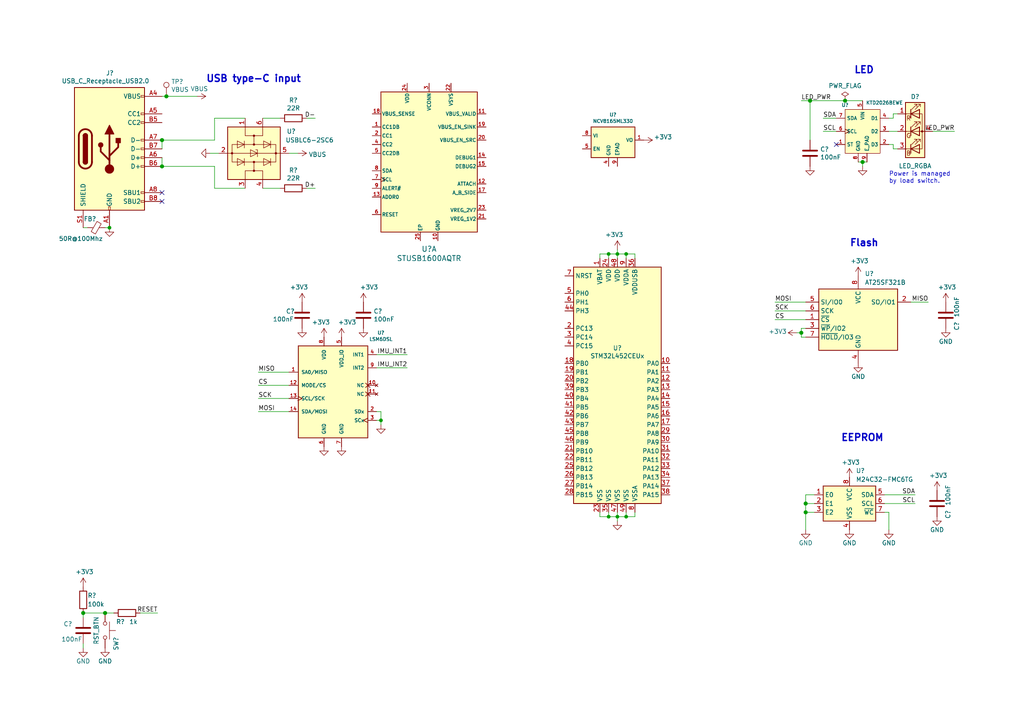
<source format=kicad_sch>
(kicad_sch (version 20201015) (generator eeschema)
  (paper "A4")
  (title_block (title "RingOne") (date "2021-01-20") (rev "V1.0") (company "Author: Petr Malaník"))
  (lib_symbols
    (symbol "Connector:TestPoint" (pin_numbers hide) (pin_names (offset 0.762) hide)
      (property "Reference" "TP" (at 0 6.858 0))
      (property "Value" "TestPoint" (at 0 5.08 0))
      (symbol "TestPoint_0_1"
        (circle (center 0 3.302) (radius 0.762))
      )
      (symbol "TestPoint_1_1"
        (pin passive line (at 0 0 90) (length 2.54) (name "1") (number "1"))
      )
    )
    (symbol "Connector:USB_C_Receptacle_USB2.0" (pin_names (offset 1.016))
      (property "Reference" "J" (at -10.16 19.05 0))
      (property "Value" "USB_C_Receptacle_USB2.0" (at 19.05 19.05 0))
      (symbol "USB_C_Receptacle_USB2.0_0_0"
        (rectangle (start -0.254 -17.78) (end 0.254 -16.764))
        (rectangle (start 10.16 -14.986) (end 9.144 -15.494))
        (rectangle (start 10.16 -12.446) (end 9.144 -12.954))
        (rectangle (start 10.16 -4.826) (end 9.144 -5.334))
        (rectangle (start 10.16 -2.286) (end 9.144 -2.794))
        (rectangle (start 10.16 0.254) (end 9.144 -0.254))
        (rectangle (start 10.16 2.794) (end 9.144 2.286))
        (rectangle (start 10.16 7.874) (end 9.144 7.366))
        (rectangle (start 10.16 10.414) (end 9.144 9.906))
        (rectangle (start 10.16 15.494) (end 9.144 14.986))
      )
      (symbol "USB_C_Receptacle_USB2.0_0_1"
        (arc (start -8.89 -3.81) (end -5.08 -3.81) (radius (at -6.985 -3.81) (length 1.905) (angles -179.9 -0.1)) (stroke (width 0.508)))
        (arc (start -7.62 -3.81) (end -6.35 -3.81) (radius (at -6.985 -3.81) (length 0.635) (angles -179.9 -0.1)) (stroke (width 0.254)))
        (arc (start -7.62 -3.81) (end -6.35 -3.81) (radius (at -6.985 -3.81) (length 0.635) (angles -179.9 -0.1)) (stroke (width 0.254)) (fill (type outline)))
        (arc (start -6.35 3.81) (end -7.62 3.81) (radius (at -6.985 3.81) (length 0.635) (angles 0.1 179.9)) (stroke (width 0.254)) (fill (type outline)))
        (arc (start -6.35 3.81) (end -7.62 3.81) (radius (at -6.985 3.81) (length 0.635) (angles 0.1 179.9)) (stroke (width 0.254)))
        (arc (start -5.08 3.81) (end -8.89 3.81) (radius (at -6.985 3.81) (length 1.905) (angles 0.1 179.9)) (stroke (width 0.508)))
        (circle (center -2.54 1.143) (radius 0.635) (stroke (width 0.254)) (fill (type outline)))
        (circle (center 0 -5.842) (radius 1.27) (fill (type outline)))
        (rectangle (start -10.16 17.78) (end 10.16 -17.78) (stroke (width 0.254)) (fill (type background)))
        (rectangle (start -7.62 -3.81) (end -6.35 3.81) (stroke (width 0.254)) (fill (type outline)))
        (rectangle (start 1.905 1.778) (end 3.175 3.048) (stroke (width 0.254)) (fill (type outline)))
        (polyline (pts (xy -8.89 -3.81) (xy -8.89 3.81)) (stroke (width 0.508)))
        (polyline (pts (xy -5.08 3.81) (xy -5.08 -3.81)) (stroke (width 0.508)))
        (polyline (pts (xy 0 -5.842) (xy 0 4.318)) (stroke (width 0.508)))
        (polyline (pts (xy 0 -3.302) (xy -2.54 -0.762) (xy -2.54 0.508)) (stroke (width 0.508)))
        (polyline (pts (xy 0 -2.032) (xy 2.54 0.508) (xy 2.54 1.778)) (stroke (width 0.508)))
        (polyline (pts (xy -1.27 4.318) (xy 0 6.858) (xy 1.27 4.318) (xy -1.27 4.318)) (stroke (width 0.254)) (fill (type outline)))
      )
      (symbol "USB_C_Receptacle_USB2.0_1_1"
        (pin passive line (at 0 -22.86 90) (length 5.08) (name "GND") (number "A1"))
        (pin passive line (at 0 -22.86 90) (length 5.08) hide (name "GND") (number "A12"))
        (pin passive line (at 15.24 15.24 180) (length 5.08) (name "VBUS") (number "A4"))
        (pin bidirectional line (at 15.24 10.16 180) (length 5.08) (name "CC1") (number "A5"))
        (pin bidirectional line (at 15.24 -2.54 180) (length 5.08) (name "D+") (number "A6"))
        (pin bidirectional line (at 15.24 2.54 180) (length 5.08) (name "D-") (number "A7"))
        (pin bidirectional line (at 15.24 -12.7 180) (length 5.08) (name "SBU1") (number "A8"))
        (pin passive line (at 15.24 15.24 180) (length 5.08) hide (name "VBUS") (number "A9"))
        (pin passive line (at 0 -22.86 90) (length 5.08) hide (name "GND") (number "B1"))
        (pin passive line (at 0 -22.86 90) (length 5.08) hide (name "GND") (number "B12"))
        (pin passive line (at 15.24 15.24 180) (length 5.08) hide (name "VBUS") (number "B4"))
        (pin bidirectional line (at 15.24 7.62 180) (length 5.08) (name "CC2") (number "B5"))
        (pin bidirectional line (at 15.24 -5.08 180) (length 5.08) (name "D+") (number "B6"))
        (pin bidirectional line (at 15.24 0 180) (length 5.08) (name "D-") (number "B7"))
        (pin bidirectional line (at 15.24 -15.24 180) (length 5.08) (name "SBU2") (number "B8"))
        (pin passive line (at 15.24 15.24 180) (length 5.08) hide (name "VBUS") (number "B9"))
        (pin passive line (at -7.62 -22.86 90) (length 5.08) (name "SHIELD") (number "S1"))
      )
    )
    (symbol "Device:C" (pin_numbers hide) (pin_names (offset 0.254))
      (property "Reference" "C" (at 0.635 2.54 0))
      (property "Value" "C" (at 0.635 -2.54 0))
      (symbol "C_0_1"
        (polyline (pts (xy -2.032 -0.762) (xy 2.032 -0.762)) (stroke (width 0.508)))
        (polyline (pts (xy -2.032 0.762) (xy 2.032 0.762)) (stroke (width 0.508)))
      )
      (symbol "C_1_1"
        (pin passive line (at 0 3.81 270) (length 2.794) (name "~") (number "1"))
        (pin passive line (at 0 -3.81 90) (length 2.794) (name "~") (number "2"))
      )
    )
    (symbol "Device:FerriteBead_Small" (pin_numbers hide) (pin_names (offset 0))
      (property "Reference" "FB" (at 1.905 1.27 0))
      (property "Value" "FerriteBead_Small" (at 1.905 -1.27 0))
      (symbol "FerriteBead_Small_0_1"
        (polyline (pts (xy 0 -1.27) (xy 0 -0.7874)))
        (polyline (pts (xy 0 0.889) (xy 0 1.2954)))
        (polyline (pts (xy -1.8288 0.2794) (xy -1.1176 1.4986) (xy 1.8288 -0.2032) (xy 1.1176 -1.4224) (xy -1.8288 0.2794)))
      )
      (symbol "FerriteBead_Small_1_1"
        (pin passive line (at 0 2.54 270) (length 1.27) (name "~") (number "1"))
        (pin passive line (at 0 -2.54 90) (length 1.27) (name "~") (number "2"))
      )
    )
    (symbol "Device:LED_RGBA" (pin_names (offset 0) hide)
      (property "Reference" "D" (at 0 9.398 0))
      (property "Value" "LED_RGBA" (at 0 -8.89 0))
      (symbol "LED_RGBA_0_0"
        (text "B" (at -1.905 -6.35 0) (effects (font (size 1.27 1.27))))
        (text "G" (at -1.905 -1.27 0) (effects (font (size 1.27 1.27))))
        (text "R" (at -1.905 3.81 0) (effects (font (size 1.27 1.27))))
      )
      (symbol "LED_RGBA_0_1"
        (circle (center 2.032 0) (radius 0.254) (fill (type outline)))
        (rectangle (start 1.27 -1.27) (end 1.27 1.27))
        (rectangle (start 1.27 1.27) (end 1.27 1.27))
        (rectangle (start 1.27 3.81) (end 1.27 6.35))
        (rectangle (start 1.27 6.35) (end 1.27 6.35))
        (rectangle (start 2.794 8.382) (end -2.794 -7.62) (stroke (width 0.254)) (fill (type background)))
        (polyline (pts (xy -1.27 -5.08) (xy -2.54 -5.08)))
        (polyline (pts (xy -1.27 -5.08) (xy 1.27 -5.08)))
        (polyline (pts (xy -1.27 -3.81) (xy -1.27 -6.35)) (stroke (width 0.254)))
        (polyline (pts (xy -1.27 0) (xy -2.54 0)))
        (polyline (pts (xy -1.27 1.27) (xy -1.27 -1.27)) (stroke (width 0.254)))
        (polyline (pts (xy -1.27 5.08) (xy -2.54 5.08)))
        (polyline (pts (xy -1.27 5.08) (xy 1.27 5.08)))
        (polyline (pts (xy -1.27 6.35) (xy -1.27 3.81)) (stroke (width 0.254)))
        (polyline (pts (xy 1.27 0) (xy -1.27 0)))
        (polyline (pts (xy 1.27 0) (xy 2.54 0)))
        (polyline (pts (xy -1.27 1.27) (xy -1.27 -1.27) (xy -1.27 -1.27)))
        (polyline (pts (xy -1.27 6.35) (xy -1.27 3.81) (xy -1.27 3.81)))
        (polyline (pts (xy 1.27 -5.08) (xy 2.032 -5.08) (xy 2.032 5.08) (xy 1.27 5.08)))
        (polyline (pts (xy 1.27 -3.81) (xy 1.27 -6.35) (xy -1.27 -5.08) (xy 1.27 -3.81)) (stroke (width 0.254)))
        (polyline (pts (xy 1.27 1.27) (xy 1.27 -1.27) (xy -1.27 0) (xy 1.27 1.27)) (stroke (width 0.254)))
        (polyline (pts (xy 1.27 6.35) (xy 1.27 3.81) (xy -1.27 5.08) (xy 1.27 6.35)) (stroke (width 0.254)))
        (polyline (pts (xy -1.016 -3.81) (xy 0.508 -2.286) (xy -0.254 -2.286) (xy 0.508 -2.286) (xy 0.508 -3.048)))
        (polyline (pts (xy -1.016 1.27) (xy 0.508 2.794) (xy -0.254 2.794) (xy 0.508 2.794) (xy 0.508 2.032)))
        (polyline (pts (xy -1.016 6.35) (xy 0.508 7.874) (xy -0.254 7.874) (xy 0.508 7.874) (xy 0.508 7.112)))
        (polyline (pts (xy 0 -3.81) (xy 1.524 -2.286) (xy 0.762 -2.286) (xy 1.524 -2.286) (xy 1.524 -3.048)))
        (polyline (pts (xy 0 1.27) (xy 1.524 2.794) (xy 0.762 2.794) (xy 1.524 2.794) (xy 1.524 2.032)))
        (polyline (pts (xy 0 6.35) (xy 1.524 7.874) (xy 0.762 7.874) (xy 1.524 7.874) (xy 1.524 7.112)))
      )
      (symbol "LED_RGBA_1_1"
        (pin passive line (at -5.08 5.08 0) (length 2.54) (name "RK") (number "1"))
        (pin passive line (at -5.08 0 0) (length 2.54) (name "GK") (number "2"))
        (pin passive line (at -5.08 -5.08 0) (length 2.54) (name "BK") (number "3"))
        (pin passive line (at 5.08 0 180) (length 2.54) (name "A") (number "4"))
      )
    )
    (symbol "Device:R" (pin_numbers hide) (pin_names (offset 0))
      (property "Reference" "R" (at 2.032 0 90))
      (property "Value" "R" (at 0 0 90))
      (symbol "R_0_1"
        (rectangle (start -1.016 -2.54) (end 1.016 2.54) (stroke (width 0.254)))
      )
      (symbol "R_1_1"
        (pin passive line (at 0 3.81 270) (length 1.27) (name "~") (number "1"))
        (pin passive line (at 0 -3.81 90) (length 1.27) (name "~") (number "2"))
      )
    )
    (symbol "MCU_ST_STM32L4:STM32L452CEUx"
      (property "Reference" "U" (at -12.7 34.29 0))
      (property "Value" "STM32L452CEUx" (at 7.62 34.29 0))
      (symbol "STM32L452CEUx_0_1"
        (rectangle (start -12.7 -35.56) (end 12.7 33.02) (stroke (width 0.254)) (fill (type background)))
      )
      (symbol "STM32L452CEUx_1_1"
        (pin power_in line (at -5.08 35.56 270) (length 2.54) (name "VBAT") (number "1"))
        (pin bidirectional line (at 15.24 5.08 180) (length 2.54) (name "PA0") (number "10"))
        (pin bidirectional line (at 15.24 2.54 180) (length 2.54) (name "PA1") (number "11"))
        (pin bidirectional line (at 15.24 0 180) (length 2.54) (name "PA2") (number "12"))
        (pin bidirectional line (at 15.24 -2.54 180) (length 2.54) (name "PA3") (number "13"))
        (pin bidirectional line (at 15.24 -5.08 180) (length 2.54) (name "PA4") (number "14"))
        (pin bidirectional line (at 15.24 -7.62 180) (length 2.54) (name "PA5") (number "15"))
        (pin bidirectional line (at 15.24 -10.16 180) (length 2.54) (name "PA6") (number "16"))
        (pin bidirectional line (at 15.24 -12.7 180) (length 2.54) (name "PA7") (number "17"))
        (pin bidirectional line (at -15.24 5.08 0) (length 2.54) (name "PB0") (number "18"))
        (pin bidirectional line (at -15.24 2.54 0) (length 2.54) (name "PB1") (number "19"))
        (pin bidirectional line (at -15.24 15.24 0) (length 2.54) (name "PC13") (number "2"))
        (pin bidirectional line (at -15.24 0 0) (length 2.54) (name "PB2") (number "20"))
        (pin bidirectional line (at -15.24 -20.32 0) (length 2.54) (name "PB10") (number "21"))
        (pin bidirectional line (at -15.24 -22.86 0) (length 2.54) (name "PB11") (number "22"))
        (pin power_in line (at -5.08 -38.1 90) (length 2.54) (name "VSS") (number "23"))
        (pin power_in line (at -2.54 35.56 270) (length 2.54) (name "VDD") (number "24"))
        (pin bidirectional line (at -15.24 -25.4 0) (length 2.54) (name "PB12") (number "25"))
        (pin bidirectional line (at -15.24 -27.94 0) (length 2.54) (name "PB13") (number "26"))
        (pin bidirectional line (at -15.24 -30.48 0) (length 2.54) (name "PB14") (number "27"))
        (pin bidirectional line (at -15.24 -33.02 0) (length 2.54) (name "PB15") (number "28"))
        (pin bidirectional line (at 15.24 -15.24 180) (length 2.54) (name "PA8") (number "29"))
        (pin bidirectional line (at -15.24 12.7 0) (length 2.54) (name "PC14") (number "3"))
        (pin bidirectional line (at 15.24 -17.78 180) (length 2.54) (name "PA9") (number "30"))
        (pin bidirectional line (at 15.24 -20.32 180) (length 2.54) (name "PA10") (number "31"))
        (pin bidirectional line (at 15.24 -22.86 180) (length 2.54) (name "PA11") (number "32"))
        (pin bidirectional line (at 15.24 -25.4 180) (length 2.54) (name "PA12") (number "33"))
        (pin bidirectional line (at 15.24 -27.94 180) (length 2.54) (name "PA13") (number "34"))
        (pin power_in line (at -2.54 -38.1 90) (length 2.54) (name "VSS") (number "35"))
        (pin power_in line (at 5.08 35.56 270) (length 2.54) (name "VDDUSB") (number "36"))
        (pin bidirectional line (at 15.24 -30.48 180) (length 2.54) (name "PA14") (number "37"))
        (pin bidirectional line (at 15.24 -33.02 180) (length 2.54) (name "PA15") (number "38"))
        (pin bidirectional line (at -15.24 -2.54 0) (length 2.54) (name "PB3") (number "39"))
        (pin bidirectional line (at -15.24 10.16 0) (length 2.54) (name "PC15") (number "4"))
        (pin bidirectional line (at -15.24 -5.08 0) (length 2.54) (name "PB4") (number "40"))
        (pin bidirectional line (at -15.24 -7.62 0) (length 2.54) (name "PB5") (number "41"))
        (pin bidirectional line (at -15.24 -10.16 0) (length 2.54) (name "PB6") (number "42"))
        (pin bidirectional line (at -15.24 -12.7 0) (length 2.54) (name "PB7") (number "43"))
        (pin bidirectional line (at -15.24 20.32 0) (length 2.54) (name "PH3") (number "44"))
        (pin bidirectional line (at -15.24 -15.24 0) (length 2.54) (name "PB8") (number "45"))
        (pin bidirectional line (at -15.24 -17.78 0) (length 2.54) (name "PB9") (number "46"))
        (pin power_in line (at 0 -38.1 90) (length 2.54) (name "VSS") (number "47"))
        (pin power_in line (at 0 35.56 270) (length 2.54) (name "VDD") (number "48"))
        (pin power_in line (at 2.54 -38.1 90) (length 2.54) (name "VSS") (number "49"))
        (pin input line (at -15.24 25.4 0) (length 2.54) (name "PH0") (number "5"))
        (pin input line (at -15.24 22.86 0) (length 2.54) (name "PH1") (number "6"))
        (pin input line (at -15.24 30.48 0) (length 2.54) (name "NRST") (number "7"))
        (pin power_in line (at 5.08 -38.1 90) (length 2.54) (name "VSSA") (number "8"))
        (pin power_in line (at 2.54 35.56 270) (length 2.54) (name "VDDA") (number "9"))
      )
    )
    (symbol "Memory_EEPROM:M24C01-FDW"
      (property "Reference" "U" (at -6.35 6.35 0))
      (property "Value" "M24C01-FDW" (at 7.62 6.35 0))
      (symbol "M24C01-FDW_0_1"
        (rectangle (start -7.62 5.08) (end 7.62 -5.08) (stroke (width 0.254)) (fill (type background)))
      )
      (symbol "M24C01-FDW_1_1"
        (pin input line (at -10.16 2.54 0) (length 2.54) (name "E0") (number "1"))
        (pin input line (at -10.16 0 0) (length 2.54) (name "E1") (number "2"))
        (pin input line (at -10.16 -2.54 0) (length 2.54) (name "E2") (number "3"))
        (pin power_in line (at 0 -7.62 90) (length 2.54) (name "VSS") (number "4"))
        (pin bidirectional line (at 10.16 2.54 180) (length 2.54) (name "SDA") (number "5"))
        (pin input line (at 10.16 0 180) (length 2.54) (name "SCL") (number "6"))
        (pin input line (at 10.16 -2.54 180) (length 2.54) (name "~WC") (number "7"))
        (pin power_in line (at 0 7.62 270) (length 2.54) (name "VCC") (number "8"))
      )
    )
    (symbol "Memory_Flash:AT25SF081-SSHF-X"
      (property "Reference" "U" (at 2.54 12.7 0))
      (property "Value" "AT25SF081-SSHF-X" (at 10.16 10.16 0))
      (symbol "AT25SF081-SSHF-X_1_1"
        (rectangle (start -11.43 8.89) (end 11.43 -8.89) (stroke (width 0.254)) (fill (type background)))
        (pin input line (at -15.24 0 0) (length 3.81) (name "~CS") (number "1"))
        (pin bidirectional line (at 15.24 5.08 180) (length 3.81) (name "SO/IO1") (number "2"))
        (pin bidirectional line (at -15.24 -2.54 0) (length 3.81) (name "~WP~/IO2") (number "3"))
        (pin power_in line (at 0 -12.7 90) (length 3.81) (name "GND") (number "4"))
        (pin bidirectional line (at -15.24 5.08 0) (length 3.81) (name "SI/IO0") (number "5"))
        (pin input line (at -15.24 2.54 0) (length 3.81) (name "SCK") (number "6"))
        (pin bidirectional line (at -15.24 -5.08 0) (length 3.81) (name "~HOLD~/IO3") (number "7"))
        (pin power_in line (at 0 12.7 270) (length 3.81) (name "VCC") (number "8"))
      )
    )
    (symbol "Power_Protection:USBLC6-2SC6" (pin_names hide)
      (property "Reference" "U" (at 2.54 8.89 0))
      (property "Value" "USBLC6-2SC6" (at 2.54 -8.89 0))
      (symbol "USBLC6-2SC6_0_1"
        (circle (center -5.08 0) (radius 0.254) (fill (type outline)))
        (circle (center -2.54 0) (radius 0.254) (fill (type outline)))
        (circle (center 0 -6.35) (radius 0.254) (fill (type outline)))
        (circle (center 0 6.35) (radius 0.254) (fill (type outline)))
        (circle (center 2.54 0) (radius 0.254) (fill (type outline)))
        (circle (center 5.08 0) (radius 0.254) (fill (type outline)))
        (rectangle (start -7.62 -7.62) (end 7.62 7.62) (stroke (width 0.254)) (fill (type background)))
        (rectangle (start -2.54 6.35) (end 2.54 -6.35))
        (polyline (pts (xy -5.08 -2.54) (xy -7.62 -2.54)))
        (polyline (pts (xy -5.08 0) (xy -5.08 -2.54)))
        (polyline (pts (xy -5.08 2.54) (xy -7.62 2.54)))
        (polyline (pts (xy -1.524 -2.794) (xy -3.556 -2.794)))
        (polyline (pts (xy -1.524 4.826) (xy -3.556 4.826)))
        (polyline (pts (xy 0 -7.62) (xy 0 -6.35)))
        (polyline (pts (xy 0 -6.35) (xy 0 1.27)))
        (polyline (pts (xy 0 1.27) (xy 0 6.35)))
        (polyline (pts (xy 0 6.35) (xy 0 7.62)))
        (polyline (pts (xy 1.524 -2.794) (xy 3.556 -2.794)))
        (polyline (pts (xy 1.524 4.826) (xy 3.556 4.826)))
        (polyline (pts (xy 5.08 -2.54) (xy 7.62 -2.54)))
        (polyline (pts (xy 5.08 0) (xy 5.08 -2.54)))
        (polyline (pts (xy 5.08 2.54) (xy 7.62 2.54)))
        (polyline (pts (xy -2.54 0) (xy -5.08 0) (xy -5.08 2.54)))
        (polyline (pts (xy 2.54 0) (xy 5.08 0) (xy 5.08 2.54)))
        (polyline (pts (xy -3.556 -4.826) (xy -1.524 -4.826) (xy -2.54 -2.794) (xy -3.556 -4.826)))
        (polyline (pts (xy -3.556 2.794) (xy -1.524 2.794) (xy -2.54 4.826) (xy -3.556 2.794)))
        (polyline (pts (xy -1.016 -1.016) (xy 1.016 -1.016) (xy 0 1.016) (xy -1.016 -1.016)))
        (polyline (pts (xy 1.016 1.016) (xy 0.762 1.016) (xy -1.016 1.016) (xy -1.016 0.508)))
        (polyline (pts (xy 3.556 -4.826) (xy 1.524 -4.826) (xy 2.54 -2.794) (xy 3.556 -4.826)))
        (polyline (pts (xy 3.556 2.794) (xy 1.524 2.794) (xy 2.54 4.826) (xy 3.556 2.794)))
      )
      (symbol "USBLC6-2SC6_1_1"
        (pin passive line (at -10.16 -2.54 0) (length 2.54) (name "I/O1") (number "1"))
        (pin passive line (at 0 -10.16 90) (length 2.54) (name "GND") (number "2"))
        (pin passive line (at 10.16 -2.54 180) (length 2.54) (name "I/O2") (number "3"))
        (pin passive line (at 10.16 2.54 180) (length 2.54) (name "I/O2") (number "4"))
        (pin passive line (at 0 10.16 270) (length 2.54) (name "VBUS") (number "5"))
        (pin passive line (at -10.16 2.54 0) (length 2.54) (name "I/O1") (number "6"))
      )
    )
    (symbol "Switch:SW_Push" (pin_numbers hide) (pin_names (offset 1.016) hide)
      (property "Reference" "SW" (at 1.27 2.54 0))
      (property "Value" "SW_Push" (at 0 -1.524 0))
      (symbol "SW_Push_0_1"
        (circle (center -2.032 0) (radius 0.508))
        (circle (center 2.032 0) (radius 0.508))
        (polyline (pts (xy 0 1.27) (xy 0 3.048)))
        (polyline (pts (xy 2.54 1.27) (xy -2.54 1.27)))
        (pin passive line (at -5.08 0 0) (length 2.54) (name "1") (number "1"))
        (pin passive line (at 5.08 0 180) (length 2.54) (name "2") (number "2"))
      )
    )
    (symbol "TCY_IC:KTD2026BEWE"
      (property "Reference" "U" (at 2.54 7.62 0))
      (property "Value" "KTD2026BEWE" (at -7.62 7.62 0))
      (symbol "KTD2026BEWE_0_1"
        (rectangle (start -5.08 6.35) (end 5.08 -6.35) (fill (type background)))
      )
      (symbol "KTD2026BEWE_1_1"
        (pin open_collector line (at 7.62 3.81 180) (length 2.54) (name "D1") (number "4"))
        (pin open_collector line (at 7.62 0 180) (length 2.54) (name "D2") (number "3"))
        (pin open_collector line (at 7.62 -3.81 180) (length 2.54) (name "D3") (number "2"))
        (pin bidirectional line (at -7.62 3.81 0) (length 2.54) (name "SDA") (number "7"))
        (pin output line (at -7.62 -3.81 0) (length 2.54) (name "ST") (number "1"))
        (pin input clock (at -7.62 0 0) (length 2.54) (name "SCL") (number "6"))
        (pin passive line (at -1.27 -8.89 90) (length 2.54) (name "GND") (number "8"))
        (pin power_in line (at 0 8.89 270) (length 2.54) (name "VIN") (number "5"))
        (pin passive line (at 1.27 -8.89 90) (length 2.54) (name "E_PAD") (number "9"))
      )
    )
    (symbol "TCY_IC:STUSB1600AQTR" (pin_names (offset 0.254))
      (property "Reference" "U" (at -1.27 2.54 0))
      (property "Value" "STUSB1600AQTR" (at 12.7 -22.86 0))
      (symbol "STUSB1600AQTR_1_1"
        (rectangle (start -13.97 20.32) (end 13.97 -20.32) (stroke (width 0.254)) (fill (type background)))
        (pin bidirectional line (at -16.51 10.16 0) (length 2.54) (name "CC1DB") (number "1"))
        (pin bidirectional line (at -16.51 7.62 0) (length 2.54) (name "CC1") (number "2"))
        (pin power_in line (at 0 22.86 270) (length 2.54) (name "VCONN") (number "3"))
        (pin bidirectional line (at -16.51 5.08 0) (length 2.54) (name "CC2") (number "4"))
        (pin bidirectional line (at -16.51 2.54 0) (length 2.54) (name "CC2DB") (number "5"))
        (pin input line (at -16.51 -15.24 0) (length 2.54) (name "RESET") (number "6"))
        (pin input clock (at -16.51 -5.08 0) (length 2.54) (name "SCL") (number "7"))
        (pin bidirectional line (at -16.51 -2.54 0) (length 2.54) (name "SDA") (number "8"))
        (pin output line (at -16.51 -7.62 0) (length 2.54) (name "ALERT#") (number "9"))
        (pin output line (at 16.51 13.97 180) (length 2.54) (name "VBUS_VALID") (number "11"))
        (pin output line (at 16.51 -6.35 180) (length 2.54) (name "ATTACH") (number "12"))
        (pin input line (at -16.51 -10.16 0) (length 2.54) (name "ADDR0") (number "13"))
        (pin output line (at 16.51 1.27 180) (length 2.54) (name "DEBUG1") (number "14"))
        (pin output line (at 16.51 -1.27 180) (length 2.54) (name "DEBUG2") (number "15"))
        (pin output line (at 16.51 -8.89 180) (length 2.54) (name "A_B_SIDE") (number "17"))
        (pin input line (at -16.51 13.97 0) (length 2.54) (name "VBUS_SENSE") (number "18"))
        (pin output line (at 16.51 10.16 180) (length 2.54) (name "VBUS_EN_SINK") (number "19"))
        (pin output line (at 16.51 6.35 180) (length 2.54) (name "VBUS_EN_SRC") (number "20"))
        (pin power_out line (at 16.51 -16.51 180) (length 2.54) (name "VREG_1V2") (number "21"))
        (pin power_in line (at 6.35 22.86 270) (length 2.54) (name "VSYS") (number "22"))
        (pin power_out line (at 16.51 -13.97 180) (length 2.54) (name "VREG_2V7") (number "23"))
        (pin passive line (at -2.54 -22.86 90) (length 2.54) (name "EP") (number "25"))
        (pin passive line (at 2.54 -22.86 90) (length 2.54) (name "GND") (number "10"))
        (pin power_in line (at -6.35 22.86 270) (length 2.54) (name "VDD") (number "24"))
      )
      (symbol "STUSB1600AQTR_2_1"
        (polyline (pts (xy -8.89 24.13) (xy -8.89 8.89)) (stroke (width 0.127)))
        (polyline (pts (xy -8.89 8.89) (xy 16.51 8.89)) (stroke (width 0.127)))
        (polyline (pts (xy 16.51 8.89) (xy 16.51 24.13)) (stroke (width 0.127)))
        (polyline (pts (xy 16.51 24.13) (xy -8.89 24.13)) (stroke (width 0.127)))
        (pin power_in line (at -16.51 13.97 0) (length 2.54) (name "GND") (number "10"))
        (pin unconnected line (at -16.51 19.05 0) (length 2.54) (name "NC") (number "16"))
        (pin power_in line (at -16.51 16.51 0) (length 2.54) (name "VDD") (number "24"))
      )
    )
    (symbol "TCY_sensors:LSM6DSL" (pin_names (offset 1))
      (property "Reference" "U" (at -10 17 0))
      (property "Value" "LSM6DSL" (at -10 15 0))
      (symbol "LSM6DSL_0_1"
        (rectangle (start -10 12.7) (end 10.16 -13.97) (stroke (width 0.254)) (fill (type background)))
      )
      (symbol "LSM6DSL_1_1"
        (pin bidirectional line (at -12.7 5.08 0) (length 2.54) (name "SA0/MISO") (number "1"))
        (pin unconnected non_logic (at 12.7 1.27 180) (length 2.54) (name "NC") (number "10"))
        (pin unconnected non_logic (at 12.7 -1.27 180) (length 2.54) (name "NC") (number "11"))
        (pin input line (at -12.7 1.27 0) (length 2.54) (name "MODE/CS") (number "12"))
        (pin input clock (at -12.7 -2.54 0) (length 2.54) (name "SCL/SCK") (number "13"))
        (pin bidirectional line (at -12.7 -6.35 0) (length 2.54) (name "SDA/MOSI") (number "14"))
        (pin bidirectional line (at 12.7 -6.35 180) (length 2.54) (name "SDx") (number "2"))
        (pin output clock (at 12.7 -8.89 180) (length 2.54) (name "SCx") (number "3"))
        (pin output line (at 12.7 10.16 180) (length 2.54) (name "INT1") (number "4"))
        (pin power_in line (at 2.54 15.24 270) (length 2.54) (name "VDD_IO") (number "5"))
        (pin passive line (at -2.54 -16.51 90) (length 2.54) (name "GND") (number "6"))
        (pin passive line (at 2.54 -16.51 90) (length 2.54) (name "GND") (number "7"))
        (pin power_in line (at -2.54 15.24 270) (length 2.54) (name "VDD") (number "8"))
        (pin output line (at 12.7 6.35 180) (length 2.54) (name "INT2") (number "9"))
      )
    )
    (symbol "TCY_voltage_regulators:NCV8165ML330"
      (property "Reference" "U" (at -5.08 6.35 0))
      (property "Value" "NCV8165ML330" (at -3.81 6.35 0))
      (symbol "NCV8165ML330_0_1"
        (rectangle (start -6.35 5.08) (end 6.35 -3.81) (stroke (width 0.254)) (fill (type background)))
      )
      (symbol "NCV8165ML330_1_1"
        (pin passive line (at -1.27 -6.35 90) (length 2.54) (name "GND") (number "4"))
        (pin power_out line (at 8.89 1.27 180) (length 2.54) (name "VO") (number "1"))
        (pin power_in line (at -8.89 2.54 0) (length 2.54) (name "VI") (number "8"))
        (pin passive line (at 1.27 -6.35 90) (length 2.54) (name "EPAD") (number "9"))
        (pin input line (at -8.89 -1.27 0) (length 2.54) (name "EN") (number "5"))
      )
    )
    (symbol "power:+3V3" (power) (pin_names (offset 0))
      (property "Value" "+3V3" (at 0 3.556 0))
      (symbol "+3V3_0_1"
        (polyline (pts (xy -0.762 1.27) (xy 0 2.54)))
        (polyline (pts (xy 0 0) (xy 0 2.54)))
        (polyline (pts (xy 0 2.54) (xy 0.762 1.27)))
      )
      (symbol "+3V3_1_1"
        (pin power_in line (at 0 0 90) (length 0) hide (name "+3V3") (number "1"))
      )
    )
    (symbol "power:GND" (power) (pin_names (offset 0))
      (property "Value" "GND" (at 0 -3.81 0))
      (symbol "GND_0_1"
        (polyline (pts (xy 0 0) (xy 0 -1.27) (xy 1.27 -1.27) (xy 0 -2.54) (xy -1.27 -1.27) (xy 0 -1.27)))
      )
      (symbol "GND_1_1"
        (pin power_in line (at 0 0 270) (length 0) hide (name "GND") (number "1"))
      )
    )
    (symbol "power:PWR_FLAG" (power) (pin_numbers hide) (pin_names (offset 0) hide)
      (property "Value" "PWR_FLAG" (at 0 3.81 0))
      (symbol "PWR_FLAG_0_0"
        (pin power_out line (at 0 0 90) (length 0) (name "pwr") (number "1"))
      )
      (symbol "PWR_FLAG_0_1"
        (polyline (pts (xy 0 0) (xy 0 1.27) (xy -1.016 1.905) (xy 0 2.54) (xy 1.016 1.905) (xy 0 1.27)))
      )
    )
    (symbol "power:VBUS" (power) (pin_names (offset 0))
      (property "Value" "VBUS" (at 0 3.81 0))
      (symbol "VBUS_0_1"
        (polyline (pts (xy -0.762 1.27) (xy 0 2.54)))
        (polyline (pts (xy 0 0) (xy 0 2.54)))
        (polyline (pts (xy 0 2.54) (xy 0.762 1.27)))
      )
      (symbol "VBUS_1_1"
        (pin power_in line (at 0 0 90) (length 0) hide (name "VBUS") (number "1"))
      )
    )
  )
  (junction (at 24.13 177.8) (diameter 1.016))
  (junction (at 30.48 177.8) (diameter 1.016))
  (junction (at 31.75 66.04) (diameter 0.9144))
  (junction (at 46.99 40.64) (diameter 1.016))
  (junction (at 46.99 48.26) (diameter 1.016))
  (junction (at 48.26 27.94) (diameter 1.016))
  (junction (at 110.49 121.92) (diameter 0.9144))
  (junction (at 176.53 73.66) (diameter 0.9144))
  (junction (at 176.53 149.86) (diameter 0.9144))
  (junction (at 179.07 73.66) (diameter 0.9144))
  (junction (at 179.07 149.86) (diameter 0.9144))
  (junction (at 181.61 73.66) (diameter 0.9144))
  (junction (at 181.61 149.86) (diameter 0.9144))
  (junction (at 232.41 96.52) (diameter 1.016))
  (junction (at 233.68 146.05) (diameter 1.016))
  (junction (at 233.68 148.59) (diameter 1.016))
  (junction (at 234.95 29.21) (diameter 1.016))
  (junction (at 245.11 29.21) (diameter 1.016))
  (junction (at 250.19 46.99) (diameter 1.016))
  (no_connect (at 46.99 55.88))
  (no_connect (at 46.99 58.42))
  (no_connect (at 242.57 41.91))
  (wire (pts (xy 24.13 66.04) (xy 25.4 66.04)))
  (wire (pts (xy 24.13 177.8) (xy 24.13 179.07)))
  (wire (pts (xy 24.13 177.8) (xy 30.48 177.8)))
  (wire (pts (xy 24.13 186.69) (xy 24.13 187.96)))
  (wire (pts (xy 30.48 66.04) (xy 31.75 66.04)))
  (wire (pts (xy 30.48 177.8) (xy 33.02 177.8)))
  (wire (pts (xy 40.64 177.8) (xy 45.72 177.8)))
  (wire (pts (xy 46.99 27.94) (xy 48.26 27.94)))
  (wire (pts (xy 46.99 40.64) (xy 46.99 43.18)))
  (wire (pts (xy 46.99 40.64) (xy 62.23 40.64)))
  (wire (pts (xy 46.99 45.72) (xy 46.99 48.26)))
  (wire (pts (xy 46.99 48.26) (xy 62.23 48.26)))
  (wire (pts (xy 48.26 27.94) (xy 57.15 27.94)))
  (wire (pts (xy 60.96 44.45) (xy 63.5 44.45)))
  (wire (pts (xy 62.23 34.29) (xy 62.23 40.64)))
  (wire (pts (xy 62.23 48.26) (xy 62.23 54.61)))
  (wire (pts (xy 62.23 54.61) (xy 71.12 54.61)))
  (wire (pts (xy 71.12 34.29) (xy 62.23 34.29)))
  (wire (pts (xy 74.93 107.95) (xy 83.82 107.95)))
  (wire (pts (xy 74.93 111.76) (xy 83.82 111.76)))
  (wire (pts (xy 74.93 115.57) (xy 83.82 115.57)))
  (wire (pts (xy 74.93 119.38) (xy 83.82 119.38)))
  (wire (pts (xy 76.2 34.29) (xy 81.28 34.29)))
  (wire (pts (xy 76.2 54.61) (xy 81.28 54.61)))
  (wire (pts (xy 83.82 44.45) (xy 86.36 44.45)))
  (wire (pts (xy 88.9 34.29) (xy 91.44 34.29)))
  (wire (pts (xy 88.9 54.61) (xy 91.44 54.61)))
  (wire (pts (xy 109.22 102.87) (xy 118.11 102.87)))
  (wire (pts (xy 109.22 106.68) (xy 118.11 106.68)))
  (wire (pts (xy 109.22 119.38) (xy 110.49 119.38)))
  (wire (pts (xy 109.22 121.92) (xy 110.49 121.92)))
  (wire (pts (xy 110.49 119.38) (xy 110.49 121.92)))
  (wire (pts (xy 110.49 121.92) (xy 110.49 123.19)))
  (wire (pts (xy 173.99 73.66) (xy 173.99 74.93)))
  (wire (pts (xy 173.99 148.59) (xy 173.99 149.86)))
  (wire (pts (xy 173.99 149.86) (xy 176.53 149.86)))
  (wire (pts (xy 176.53 73.66) (xy 173.99 73.66)))
  (wire (pts (xy 176.53 73.66) (xy 176.53 74.93)))
  (wire (pts (xy 176.53 148.59) (xy 176.53 149.86)))
  (wire (pts (xy 176.53 149.86) (xy 179.07 149.86)))
  (wire (pts (xy 179.07 72.39) (xy 179.07 73.66)))
  (wire (pts (xy 179.07 73.66) (xy 176.53 73.66)))
  (wire (pts (xy 179.07 73.66) (xy 179.07 74.93)))
  (wire (pts (xy 179.07 148.59) (xy 179.07 149.86)))
  (wire (pts (xy 179.07 149.86) (xy 179.07 151.13)))
  (wire (pts (xy 179.07 149.86) (xy 181.61 149.86)))
  (wire (pts (xy 181.61 73.66) (xy 179.07 73.66)))
  (wire (pts (xy 181.61 73.66) (xy 181.61 74.93)))
  (wire (pts (xy 181.61 148.59) (xy 181.61 149.86)))
  (wire (pts (xy 181.61 149.86) (xy 184.15 149.86)))
  (wire (pts (xy 184.15 73.66) (xy 181.61 73.66)))
  (wire (pts (xy 184.15 74.93) (xy 184.15 73.66)))
  (wire (pts (xy 184.15 148.59) (xy 184.15 149.86)))
  (wire (pts (xy 232.41 29.21) (xy 234.95 29.21)))
  (wire (pts (xy 232.41 95.25) (xy 232.41 96.52)))
  (wire (pts (xy 232.41 96.52) (xy 231.14 96.52)))
  (wire (pts (xy 232.41 97.79) (xy 232.41 96.52)))
  (wire (pts (xy 233.68 87.63) (xy 224.79 87.63)))
  (wire (pts (xy 233.68 90.17) (xy 224.79 90.17)))
  (wire (pts (xy 233.68 92.71) (xy 224.79 92.71)))
  (wire (pts (xy 233.68 95.25) (xy 232.41 95.25)))
  (wire (pts (xy 233.68 97.79) (xy 232.41 97.79)))
  (wire (pts (xy 233.68 143.51) (xy 233.68 146.05)))
  (wire (pts (xy 233.68 146.05) (xy 233.68 148.59)))
  (wire (pts (xy 233.68 148.59) (xy 236.22 148.59)))
  (wire (pts (xy 233.68 153.67) (xy 233.68 148.59)))
  (wire (pts (xy 234.95 29.21) (xy 234.95 40.64)))
  (wire (pts (xy 234.95 29.21) (xy 245.11 29.21)))
  (wire (pts (xy 236.22 143.51) (xy 233.68 143.51)))
  (wire (pts (xy 236.22 146.05) (xy 233.68 146.05)))
  (wire (pts (xy 238.76 34.29) (xy 242.57 34.29)))
  (wire (pts (xy 238.76 38.1) (xy 242.57 38.1)))
  (wire (pts (xy 245.11 29.21) (xy 250.19 29.21)))
  (wire (pts (xy 248.92 46.99) (xy 250.19 46.99)))
  (wire (pts (xy 250.19 46.99) (xy 250.19 48.26)))
  (wire (pts (xy 250.19 46.99) (xy 251.46 46.99)))
  (wire (pts (xy 256.54 143.51) (xy 265.43 143.51)))
  (wire (pts (xy 256.54 146.05) (xy 265.43 146.05)))
  (wire (pts (xy 256.54 148.59) (xy 257.81 148.59)))
  (wire (pts (xy 257.81 34.29) (xy 259.08 34.29)))
  (wire (pts (xy 257.81 38.1) (xy 260.35 38.1)))
  (wire (pts (xy 257.81 41.91) (xy 259.08 41.91)))
  (wire (pts (xy 257.81 148.59) (xy 257.81 153.67)))
  (wire (pts (xy 259.08 33.02) (xy 259.08 34.29)))
  (wire (pts (xy 259.08 41.91) (xy 259.08 43.18)))
  (wire (pts (xy 259.08 43.18) (xy 260.35 43.18)))
  (wire (pts (xy 260.35 33.02) (xy 259.08 33.02)))
  (wire (pts (xy 264.16 87.63) (xy 269.24 87.63)))
  (wire (pts (xy 270.51 38.1) (xy 276.86 38.1)))
  (text "USB type-C input\n" (at 59.69 24.13 0) (effects (font (size 2 2) (thickness 0.4) bold) (justify left bottom)))
  (text "EEPROM" (at 243.84 128.27 0) (effects (font (size 2.007 2.007) (thickness 0.4014) bold) (justify left bottom)))
  (text "Flash" (at 246.38 71.755 0) (effects (font (size 2.007 2.007) (thickness 0.4014) bold) (justify left bottom)))
  (text "LED" (at 247.65 21.59 0) (effects (font (size 2 2) (thickness 0.4) bold) (justify left bottom)))
  (text "Power is managed\nby load switch." (at 257.81 53.34 0) (effects (font (size 1.27 1.27)) (justify left bottom)))
  (label "RESET" (at 45.72 177.8 180))
  (label "MISO" (at 74.93 107.95 0))
  (label "CS" (at 74.93 111.76 0))
  (label "SCK" (at 74.93 115.57 0))
  (label "MOSI" (at 74.93 119.38 0))
  (label "D-" (at 91.44 34.29 180))
  (label "D+" (at 91.44 54.61 180))
  (label "IMU_INT1" (at 118.11 102.87 180))
  (label "IMU_INT2" (at 118.11 106.68 180))
  (label "MOSI" (at 224.79 87.63 0))
  (label "SCK" (at 224.79 90.17 0))
  (label "CS" (at 224.79 92.71 0))
  (label "LED_PWR" (at 232.41 29.21 0))
  (label "SDA" (at 238.76 34.29 0))
  (label "SCL" (at 238.76 38.1 0))
  (label "SDA" (at 265.43 143.51 180))
  (label "SCL" (at 265.43 146.05 180))
  (label "MISO" (at 269.24 87.63 180))
  (label "LED_PWR" (at 276.86 38.1 180))
  (symbol (lib_id "power:PWR_FLAG") (at 245.11 29.21 0) (unit 1)
    (property "Reference" "#FLG?" (effects hide))
    (property "Value" "PWR_FLAG" (at 245.11 24.8856 0))
  )
  (symbol (lib_id "Connector:TestPoint") (at 48.26 27.94 0) (unit 1)
    (property "Reference" "TP?" (at 49.6571 23.6791 0) (effects (justify left)))
    (property "Value" "VBUS" (at 49.657 25.978 0) (effects (justify left)))
    (property "Footprint" "TCY_connectors:TestPoint_Pad_D0.5mm" (effects hide))
  )
  (symbol (lib_id "power:+3V3") (at 24.13 170.18 0) (unit 1)
    (property "Reference" "#PWR?" (effects hide))
    (property "Value" "+3V3" (at 24.4983 165.8556 0))
  )
  (symbol (lib_id "power:VBUS") (at 57.15 27.94 270) (unit 1)
    (property "Reference" "#PWR?" (effects hide))
    (property "Value" "VBUS" (at 55.2451 25.7683 90) (effects (justify left)))
  )
  (symbol (lib_id "power:VBUS") (at 86.36 44.45 270) (unit 1)
    (property "Reference" "#PWR?" (effects hide))
    (property "Value" "VBUS" (at 89.5351 44.8183 90) (effects (justify left)))
  )
  (symbol (lib_id "power:+3V3") (at 87.63 87.63 0) (unit 1)
    (property "Reference" "#PWR?" (effects hide))
    (property "Value" "+3V3" (at 86.7283 83.3056 0))
  )
  (symbol (lib_id "power:+3V3") (at 93.98 97.79 0) (unit 1)
    (property "Reference" "#PWR?" (effects hide))
    (property "Value" "+3V3" (at 93.0783 93.4656 0))
  )
  (symbol (lib_id "power:+3V3") (at 99.06 97.79 0) (unit 1)
    (property "Reference" "#PWR?" (effects hide))
    (property "Value" "+3V3" (at 100.6983 93.4656 0))
  )
  (symbol (lib_id "power:+3V3") (at 105.41 87.63 0) (unit 1)
    (property "Reference" "#PWR?" (effects hide))
    (property "Value" "+3V3" (at 107.0483 83.3056 0))
  )
  (symbol (lib_id "power:+3V3") (at 179.07 72.39 0) (unit 1)
    (property "Reference" "#PWR?" (effects hide))
    (property "Value" "+3V3" (at 178.1683 68.0656 0))
  )
  (symbol (lib_id "power:+3V3") (at 186.69 40.64 270) (unit 1)
    (property "Reference" "#PWR?" (effects hide))
    (property "Value" "+3V3" (at 192.2844 39.7383 90))
  )
  (symbol (lib_id "power:+3V3") (at 231.14 96.52 90) (unit 1)
    (property "Reference" "#PWR?" (effects hide))
    (property "Value" "+3V3" (at 225.5456 96.1517 90))
  )
  (symbol (lib_id "power:+3V3") (at 246.38 138.43 0) (unit 1)
    (property "Reference" "#PWR?" (effects hide))
    (property "Value" "+3V3" (at 246.7483 134.1056 0))
  )
  (symbol (lib_id "power:+3V3") (at 248.92 80.01 0) (unit 1)
    (property "Reference" "#PWR?" (effects hide))
    (property "Value" "+3V3" (at 249.2883 75.6856 0))
  )
  (symbol (lib_id "power:+3V3") (at 271.78 142.24 0) (unit 1)
    (property "Reference" "#PWR?" (effects hide))
    (property "Value" "+3V3" (at 272.1483 137.9156 0))
  )
  (symbol (lib_id "power:+3V3") (at 274.32 87.63 0) (unit 1)
    (property "Reference" "#PWR?" (effects hide))
    (property "Value" "+3V3" (at 274.6883 83.3056 0))
  )
  (symbol (lib_id "power:GND") (at 24.13 187.96 0) (unit 1)
    (property "Reference" "#PWR?" (effects hide))
    (property "Value" "GND" (at 24.13 191.77 0))
  )
  (symbol (lib_id "power:GND") (at 30.48 187.96 0) (unit 1)
    (property "Reference" "#PWR?" (effects hide))
    (property "Value" "GND" (at 30.48 191.77 0))
  )
  (symbol (lib_id "power:GND") (at 31.75 66.04 0) (unit 1)
    (property "Reference" "#PWR?" (effects hide))
    (property "Value" "GND" (effects hide))
  )
  (symbol (lib_id "power:GND") (at 60.96 44.45 270) (unit 1)
    (property "Reference" "#PWR?" (effects hide))
    (property "Value" "GND" (effects hide))
  )
  (symbol (lib_id "power:GND") (at 87.63 95.25 0) (unit 1)
    (property "Reference" "#PWR?" (effects hide))
    (property "Value" "GND" (effects hide))
  )
  (symbol (lib_id "power:GND") (at 93.98 129.54 0) (unit 1)
    (property "Reference" "#PWR?" (effects hide))
    (property "Value" "GND" (effects hide))
  )
  (symbol (lib_id "power:GND") (at 99.06 129.54 0) (unit 1)
    (property "Reference" "#PWR?" (effects hide))
    (property "Value" "GND" (effects hide))
  )
  (symbol (lib_id "power:GND") (at 105.41 95.25 0) (unit 1)
    (property "Reference" "#PWR?" (effects hide))
    (property "Value" "GND" (effects hide))
  )
  (symbol (lib_id "power:GND") (at 110.49 123.19 0) (unit 1)
    (property "Reference" "#PWR?" (effects hide))
    (property "Value" "GND" (effects hide))
  )
  (symbol (lib_id "power:GND") (at 179.07 151.13 0) (unit 1)
    (property "Reference" "#PWR?" (effects hide))
    (property "Value" "GND" (effects hide))
  )
  (symbol (lib_id "power:GND") (at 233.68 153.67 0) (unit 1)
    (property "Reference" "#PWR?" (effects hide))
    (property "Value" "GND" (at 233.68 157.48 0))
  )
  (symbol (lib_id "power:GND") (at 234.95 48.26 0) (unit 1)
    (property "Reference" "#PWR?" (effects hide))
    (property "Value" "GND" (effects hide))
  )
  (symbol (lib_id "power:GND") (at 246.38 153.67 0) (unit 1)
    (property "Reference" "#PWR?" (effects hide))
    (property "Value" "GND" (at 246.38 157.48 0))
  )
  (symbol (lib_id "power:GND") (at 248.92 105.41 0) (unit 1)
    (property "Reference" "#PWR?" (effects hide))
    (property "Value" "GND" (at 248.92 109.22 0))
  )
  (symbol (lib_id "power:GND") (at 250.19 48.26 0) (unit 1)
    (property "Reference" "#PWR?" (effects hide))
    (property "Value" "GND" (effects hide))
  )
  (symbol (lib_id "power:GND") (at 257.81 153.67 0) (unit 1)
    (property "Reference" "#PWR?" (effects hide))
    (property "Value" "GND" (at 257.81 157.48 0))
  )
  (symbol (lib_id "power:GND") (at 271.78 149.86 0) (unit 1)
    (property "Reference" "#PWR?" (effects hide))
    (property "Value" "GND" (at 271.78 153.67 0))
  )
  (symbol (lib_id "power:GND") (at 274.32 95.25 0) (unit 1)
    (property "Reference" "#PWR?" (effects hide))
    (property "Value" "GND" (at 274.32 99.06 0))
  )
  (symbol (lib_id "Device:R") (at 24.13 173.99 0) (unit 1)
    (property "Reference" "R?" (at 25.4 172.72 0) (effects (justify left)))
    (property "Value" "100k" (at 25.4 175.26 0) (effects (justify left)))
    (property "Footprint" "Resistor_SMD:R_0603_1608Metric" (effects hide))
  )
  (symbol (lib_id "Device:R") (at 36.83 177.8 270) (unit 1)
    (property "Reference" "R?" (at 33.655 180.34 90) (effects (justify left)))
    (property "Value" "1k" (at 37.465 180.34 90) (effects (justify left)))
    (property "Footprint" "Resistor_SMD:R_0603_1608Metric" (effects hide))
  )
  (symbol (lib_id "Device:R") (at 85.09 34.29 90) (unit 1)
    (property "Reference" "R?" (at 85.09 29.0638 90))
    (property "Value" "22R" (at 85.09 31.362 90))
    (property "Footprint" "Resistor_SMD:R_0603_1608Metric" (effects hide))
  )
  (symbol (lib_id "Device:R") (at 85.09 54.61 90) (unit 1)
    (property "Reference" "R?" (at 85.09 49.3838 90))
    (property "Value" "22R" (at 85.09 51.682 90))
    (property "Footprint" "Resistor_SMD:R_0603_1608Metric" (effects hide))
  )
  (symbol (lib_id "Device:FerriteBead_Small") (at 27.94 66.04 90) (unit 1)
    (property "Reference" "FB?" (at 27.94 63.5 90) (effects (justify left)))
    (property "Value" "50R@100Mhz" (at 29.845 69.215 90) (effects (justify left)))
    (property "Footprint" "Inductor_SMD:L_1206_3216Metric" (effects hide))
  )
  (symbol (lib_id "Device:C") (at 24.13 182.88 0) (unit 1)
    (property "Reference" "C?" (at 18.415 180.975 0) (effects (justify left)))
    (property "Value" "100nF" (at 17.78 185.42 0) (effects (justify left)))
    (property "Footprint" "Capacitor_SMD:C_0603_1608Metric" (effects hide))
  )
  (symbol (lib_id "Device:C") (at 87.63 91.44 0) (unit 1)
    (property "Reference" "C?" (at 82.9311 90.2906 0) (effects (justify left)))
    (property "Value" "100nF" (at 79.121 92.589 0) (effects (justify left)))
  )
  (symbol (lib_id "Device:C") (at 105.41 91.44 0) (unit 1)
    (property "Reference" "C?" (at 108.3311 90.2906 0) (effects (justify left)))
    (property "Value" "100nF" (at 108.331 92.589 0) (effects (justify left)))
  )
  (symbol (lib_id "Device:C") (at 234.95 44.45 0) (unit 1)
    (property "Reference" "C?" (at 237.8711 43.3006 0) (effects (justify left)))
    (property "Value" "100nF" (at 237.871 45.599 0) (effects (justify left)))
    (property "Footprint" "Capacitor_SMD:C_0603_1608Metric" (effects hide))
  )
  (symbol (lib_id "Device:C") (at 271.78 146.05 0) (unit 1)
    (property "Reference" "C?" (at 274.955 150.495 90) (effects (justify left)))
    (property "Value" "100nF" (at 274.955 146.685 90) (effects (justify left)))
    (property "Footprint" "Capacitor_SMD:C_0603_1608Metric" (effects hide))
  )
  (symbol (lib_id "Device:C") (at 274.32 91.44 0) (unit 1)
    (property "Reference" "C?" (at 277.495 95.885 90) (effects (justify left)))
    (property "Value" "100nF" (at 277.495 92.075 90) (effects (justify left)))
    (property "Footprint" "Capacitor_SMD:C_0603_1608Metric" (effects hide))
  )
  (symbol (lib_id "Switch:SW_Push") (at 30.48 182.88 270) (unit 1)
    (property "Reference" "SW?" (at 33.655 186.69 0))
    (property "Value" "RST_BTN" (at 27.94 182.88 0))
    (property "Footprint" "TCY_buttons_switches:KMT031NGJLHS" (effects hide))
  )
  (symbol (lib_id "Device:LED_RGBA") (at 265.43 38.1 0) (unit 1)
    (property "Reference" "D?" (at 265.43 28.0478 0))
    (property "Value" "LED_RGBA" (at 265.43 48.1265 0))
    (property "Footprint" "Resistor_SMD:R_Array_Convex_2x0606" (effects hide))
  )
  (symbol (lib_id "TCY_voltage_regulators:NCV8165ML330") (at 177.8 41.91 0) (unit 1)
    (property "Reference" "U?" (at 177.8 33.2719 0) (effects (font (size 1 1))))
    (property "Value" "NCV8165ML330" (at 177.8 35.1359 0) (effects (font (size 1 1))))
    (property "Footprint" "Package_DFN_QFN:DFN-8-1EP_3x3mm_P0.65mm_EP1.55x2.4mm" (effects hide))
    (property "Datasheet" "https://www.onsemi.com/pub/Collateral/NCV8165-D.PDF" (effects hide))
  )
  (symbol (lib_id "TCY_IC:KTD2026BEWE") (at 250.19 38.1 0) (unit 1)
    (property "Reference" "U?" (at 245.11 30.4779 0) (effects (font (size 1 1))))
    (property "Value" "KTD2026BEWE" (at 256.54 29.8019 0) (effects (font (size 1 1))))
    (property "Footprint" "TCY_IC:UTDFN-8-1EP_1.5x1.5mm_P0.4mm_EP0.8x1.45mm" (effects hide))
    (property "Datasheet" "https://cz.mouser.com/datasheet/2/936/KTD2026-7-04g-1634460.pdf" (effects hide))
  )
  (symbol (lib_id "Memory_EEPROM:M24C01-FDW") (at 246.38 146.05 0) (unit 1)
    (property "Reference" "U?" (at 249.555 136.525 0))
    (property "Value" "M24C32-FMC6TG" (at 256.54 139.065 0))
    (property "Footprint" "Package_DFN_QFN:DFN-8-1EP_3x2mm_P0.5mm_EP1.3x1.5mm" (effects hide))
    (property "Datasheet" "http://www.st.com/content/ccc/resource/technical/document/datasheet/b0/d8/50/40/5a/85/49/6f/DM00071904.pdf/files/DM00071904.pdf/jcr:content/translations/en.DM00071904.pdf" (effects hide))
  )
  (symbol (lib_id "Power_Protection:USBLC6-2SC6") (at 73.66 44.45 270) (unit 1)
    (property "Reference" "U?" (at 84.4742 38.1 90))
    (property "Value" "USBLC6-2SC6" (at 89.7955 40.64 90))
    (property "Footprint" "Package_TO_SOT_SMD:SOT-23-6" (effects hide))
    (property "Datasheet" "https://www.st.com/resource/en/datasheet/usblc6-2.pdf" (effects hide))
  )
  (symbol (lib_id "Memory_Flash:AT25SF081-SSHF-X") (at 248.92 92.71 0) (unit 1)
    (property "Reference" "U?" (at 250.825 79.375 0) (effects (justify left)))
    (property "Value" "AT25SF321B" (at 250.825 81.915 0) (effects (justify left)))
    (property "Footprint" "Package_DFN_QFN:DFN-8-1EP_6x5mm_P1.27mm_EP4x4mm" (effects hide))
    (property "Datasheet" "https://www.adestotech.com/wp-content/uploads/DS-AT25SF081_045.pdf" (effects hide))
  )
  (symbol (lib_id "TCY_sensors:LSM6DSL") (at 96.52 113.03 0) (unit 1)
    (property "Reference" "U?" (at 110.49 96.5179 0) (effects (font (size 1 1))))
    (property "Value" "LSM6DSL" (at 110.49 98.3819 0) (effects (font (size 1 1))))
    (property "Footprint" "Package_LGA:LGA-14_3x2.5mm_P0.5mm_LayoutBorder3x4y" (effects hide))
    (property "Datasheet" "https://www.st.com/resource/en/datasheet/lsm6dsl.pdf" (effects hide))
  )
  (symbol (lib_id "Connector:USB_C_Receptacle_USB2.0") (at 31.75 43.18 0) (unit 1)
    (property "Reference" "J?" (at 31.877 21.1898 0))
    (property "Value" "USB_C_Receptacle_USB2.0" (at 30.607 23.4885 0))
    (property "Footprint" "Connector_USB:USB_C_Receptacle_HRO_TYPE-C-31-M-12" (effects hide))
    (property "Datasheet" "https://www.usb.org/sites/default/files/documents/usb_type-c.zip" (effects hide))
  )
  (symbol (lib_id "TCY_IC:STUSB1600AQTR") (at 124.46 46.99 0) (unit 1)
    (property "Reference" "U?" (at 124.46 72.2199 0) (effects (font (size 1.524 1.524))))
    (property "Value" "STUSB1600AQTR" (at 124.46 74.9275 0) (effects (font (size 1.524 1.524))))
    (property "Footprint" "Package_DFN_QFN:QFN-24-1EP_4x4mm_P0.5mm_EP2.7x2.7mm" (effects hide))
  )
  (symbol (lib_id "MCU_ST_STM32L4:STM32L452CEUx") (at 179.07 110.49 0) (unit 1)
    (property "Reference" "U?" (at 179.07 100.9458 0))
    (property "Value" "STM32L452CEUx" (at 179.07 103.2445 0))
    (property "Footprint" "Package_DFN_QFN:QFN-48-1EP_7x7mm_P0.5mm_EP5.6x5.6mm" (effects hide))
    (property "Datasheet" "http://www.st.com/st-web-ui/static/active/en/resource/technical/document/datasheet/DM00340549.pdf" (effects hide))
  )
)
</source>
